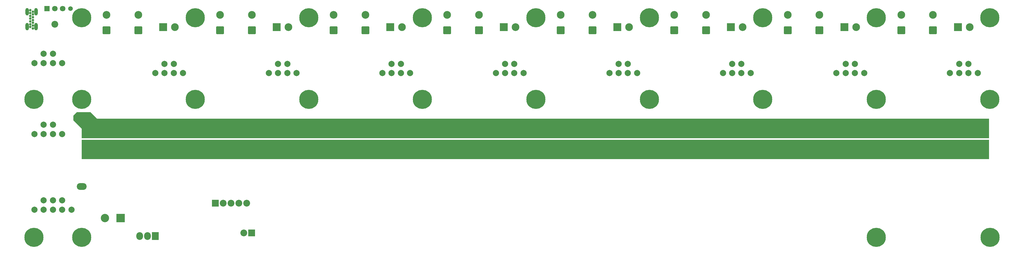
<source format=gbs>
G04*
G04 #@! TF.GenerationSoftware,Altium Limited,Altium Designer,19.1.6 (110)*
G04*
G04 Layer_Color=16711935*
%FSLAX43Y43*%
%MOMM*%
G71*
G01*
G75*
%ADD136C,6.203*%
%ADD137C,2.503*%
G04:AMPARAMS|DCode=138|XSize=2.503mm|YSize=2.503mm|CornerRadius=0.217mm|HoleSize=0mm|Usage=FLASHONLY|Rotation=270.000|XOffset=0mm|YOffset=0mm|HoleType=Round|Shape=RoundedRectangle|*
%AMROUNDEDRECTD138*
21,1,2.503,2.070,0,0,270.0*
21,1,2.070,2.503,0,0,270.0*
1,1,0.433,-1.035,-1.035*
1,1,0.433,-1.035,1.035*
1,1,0.433,1.035,1.035*
1,1,0.433,1.035,-1.035*
%
%ADD138ROUNDEDRECTD138*%
%ADD139C,0.803*%
%ADD140C,2.003*%
%ADD141C,2.703*%
%ADD142R,2.703X2.703*%
%ADD143O,1.103X2.403*%
%ADD144C,1.803*%
%ADD145R,1.803X1.803*%
%ADD146C,1.503*%
%ADD147C,2.203*%
%ADD148R,2.503X2.503*%
%ADD149O,2.203X2.503*%
%ADD150R,2.203X2.503*%
%ADD151R,2.203X2.203*%
%ADD152O,4.203X2.203*%
%ADD153O,3.203X2.203*%
G36*
X33500Y42225D02*
X31325Y44400D01*
X26900Y44400D01*
X25800Y43300D01*
X25800Y41764D01*
X28500Y39028D01*
X28500Y35925D01*
X322750D01*
Y42225D01*
X33500Y42225D01*
D02*
G37*
G36*
X28500Y29125D02*
Y35425D01*
X322750D01*
Y29125D01*
X28500D01*
D02*
G37*
D136*
X323125Y3700D02*
D03*
X286250D02*
D03*
X175775Y75000D02*
D03*
X28475Y3700D02*
D03*
X13000Y48500D02*
D03*
X13000Y3700D02*
D03*
X65300Y48500D02*
D03*
X323075D02*
D03*
X286250D02*
D03*
X249425D02*
D03*
X212600D02*
D03*
X175775D02*
D03*
X138950D02*
D03*
X102125D02*
D03*
X28475D02*
D03*
X28475Y75000D02*
D03*
X323075D02*
D03*
X286250D02*
D03*
X249425D02*
D03*
X212600D02*
D03*
X138950D02*
D03*
X102125D02*
D03*
X65300D02*
D03*
D137*
X294350Y75975D02*
D03*
X257525D02*
D03*
X220700D02*
D03*
X183875D02*
D03*
X147050D02*
D03*
X110225D02*
D03*
X73400D02*
D03*
X36575D02*
D03*
X304625D02*
D03*
X267800D02*
D03*
X230975D02*
D03*
X194150D02*
D03*
X157325D02*
D03*
X120500D02*
D03*
X83675D02*
D03*
X46850D02*
D03*
X58755Y72000D02*
D03*
X95580D02*
D03*
X132405D02*
D03*
X169230D02*
D03*
X206055D02*
D03*
X242880D02*
D03*
X279705D02*
D03*
X316530D02*
D03*
D138*
X294350Y70975D02*
D03*
X257525D02*
D03*
X220700D02*
D03*
X183875D02*
D03*
X147050D02*
D03*
X110225D02*
D03*
X73400D02*
D03*
X36575D02*
D03*
X304625D02*
D03*
X267800D02*
D03*
X230975D02*
D03*
X194150D02*
D03*
X157325D02*
D03*
X120500D02*
D03*
X83675D02*
D03*
X46850D02*
D03*
D139*
X12630Y73375D02*
D03*
Y74275D02*
D03*
X11850Y74725D02*
D03*
Y75625D02*
D03*
X12630Y71575D02*
D03*
Y76075D02*
D03*
Y72475D02*
D03*
Y75175D02*
D03*
X11850Y72925D02*
D03*
Y76525D02*
D03*
Y77425D02*
D03*
Y72025D02*
D03*
Y73825D02*
D03*
X12630Y76975D02*
D03*
D140*
X25150Y12710D02*
D03*
X22150Y15710D02*
D03*
Y12710D02*
D03*
X16150D02*
D03*
Y15710D02*
D03*
X19150Y12710D02*
D03*
Y15710D02*
D03*
X13150Y12710D02*
D03*
X16150Y60285D02*
D03*
Y63285D02*
D03*
X19150Y60285D02*
D03*
Y63285D02*
D03*
X22150Y60285D02*
D03*
X13150D02*
D03*
X16150Y37285D02*
D03*
Y40285D02*
D03*
X19150Y37285D02*
D03*
Y40285D02*
D03*
X22150Y37285D02*
D03*
X13150D02*
D03*
X89175Y57060D02*
D03*
X98175D02*
D03*
X95175Y60060D02*
D03*
Y57060D02*
D03*
X92175Y60060D02*
D03*
Y57060D02*
D03*
X165825D02*
D03*
Y60060D02*
D03*
X168825Y57060D02*
D03*
Y60060D02*
D03*
X171825Y57060D02*
D03*
X162825D02*
D03*
X199650D02*
D03*
X208650D02*
D03*
X205650Y60060D02*
D03*
Y57060D02*
D03*
X202650Y60060D02*
D03*
Y57060D02*
D03*
X239475D02*
D03*
Y60060D02*
D03*
X242475Y57060D02*
D03*
Y60060D02*
D03*
X245475Y57060D02*
D03*
X236475D02*
D03*
X273300D02*
D03*
X282300D02*
D03*
X279300Y60060D02*
D03*
Y57060D02*
D03*
X276300Y60060D02*
D03*
Y57060D02*
D03*
X313125D02*
D03*
Y60060D02*
D03*
X316125Y57060D02*
D03*
Y60060D02*
D03*
X319125Y57060D02*
D03*
X310125D02*
D03*
X52350D02*
D03*
X61350D02*
D03*
X58350Y60060D02*
D03*
Y57060D02*
D03*
X55350Y60060D02*
D03*
Y57060D02*
D03*
X129000D02*
D03*
Y60060D02*
D03*
X132000Y57060D02*
D03*
Y60060D02*
D03*
X135000Y57060D02*
D03*
X126000D02*
D03*
D141*
X36060Y10000D02*
D03*
D142*
X41140D02*
D03*
D143*
X10810Y72125D02*
D03*
X13670D02*
D03*
Y76925D02*
D03*
X10810D02*
D03*
D144*
X19775Y77950D02*
D03*
X22315D02*
D03*
D145*
X17235D02*
D03*
D146*
X24855D02*
D03*
D147*
X19775Y72870D02*
D03*
X82030Y14775D02*
D03*
X74410D02*
D03*
X76950D02*
D03*
X79490D02*
D03*
X81045Y5175D02*
D03*
D148*
X54945Y72000D02*
D03*
X91770D02*
D03*
X128595D02*
D03*
X165420D02*
D03*
X202245D02*
D03*
X239070D02*
D03*
X275895D02*
D03*
X312720D02*
D03*
D149*
X49850Y4150D02*
D03*
X47310D02*
D03*
D150*
X52390D02*
D03*
D151*
X71870Y14775D02*
D03*
X83585Y5175D02*
D03*
D152*
X28500Y42850D02*
D03*
D153*
Y20250D02*
D03*
M02*

</source>
